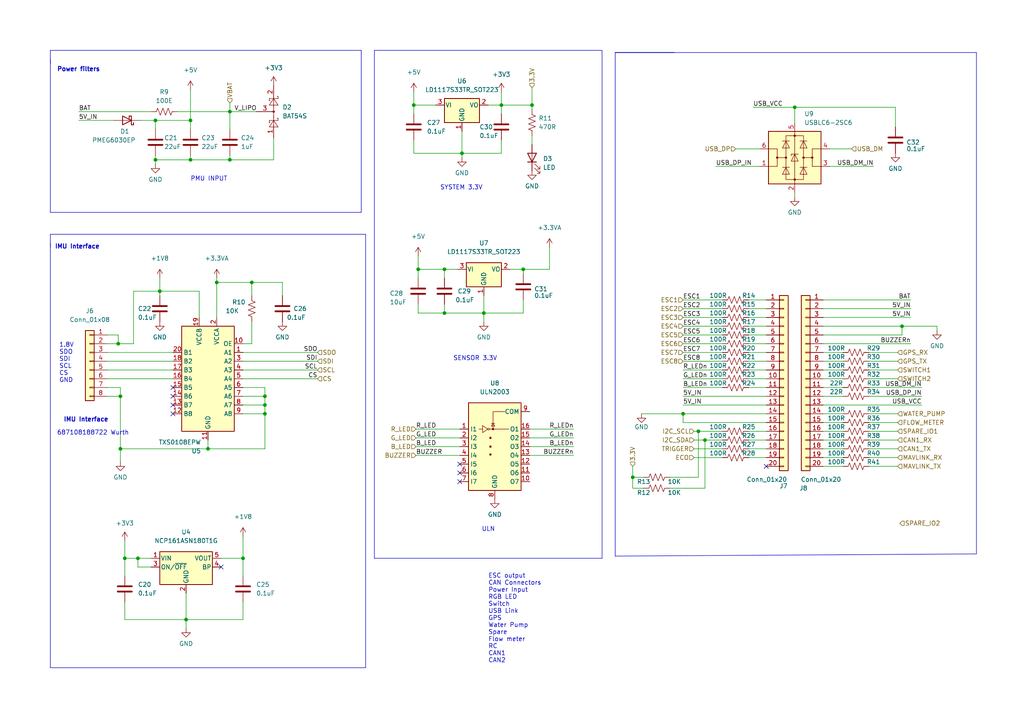
<source format=kicad_sch>
(kicad_sch (version 20230121) (generator eeschema)
  (paper "A4")
  (lib_symbols
    (symbol "Connector_Generic:Conn_01x08" (pin_names (offset 1.016) hide)
      (property "Reference" "J" (at 0 10.16 0))
      (property "Value" "Conn_01x08" (at 0 -12.7 0))
      (symbol "Conn_01x08_1_1"
        (pin passive line (at -5.08 7.62 0) (length 3.81) (name "Pin_1") (number "1"))
        (pin passive line (at -5.08 5.08 0) (length 3.81) (name "Pin_2") (number "2"))
        (pin passive line (at -5.08 2.54 0) (length 3.81) (name "Pin_3") (number "3"))
        (pin passive line (at -5.08 0 0) (length 3.81) (name "Pin_4") (number "4"))
        (pin passive line (at -5.08 -2.54 0) (length 3.81) (name "Pin_5") (number "5"))
        (pin passive line (at -5.08 -5.08 0) (length 3.81) (name "Pin_6") (number "6"))
        (pin passive line (at -5.08 -7.62 0) (length 3.81) (name "Pin_7") (number "7"))
        (pin passive line (at -5.08 -10.16 0) (length 3.81) (name "Pin_8") (number "8"))
      )
    )
    (symbol "Connector_Generic:Conn_01x20" (pin_names (offset 1.016) hide)
      (property "Reference" "J" (at 0 25.4 0))
      (property "Value" "Conn_01x20" (at 0 -27.94 0))
      (symbol "Conn_01x20_1_1"
        (pin passive line (at -5.08 22.86 0) (length 3.81) (name "Pin_1") (number "1"))
        (pin passive line (at -5.08 0 0) (length 3.81) (name "Pin_10") (number "10"))
        (pin passive line (at -5.08 -2.54 0) (length 3.81) (name "Pin_11") (number "11"))
        (pin passive line (at -5.08 -5.08 0) (length 3.81) (name "Pin_12") (number "12"))
        (pin passive line (at -5.08 -7.62 0) (length 3.81) (name "Pin_13") (number "13"))
        (pin passive line (at -5.08 -10.16 0) (length 3.81) (name "Pin_14") (number "14"))
        (pin passive line (at -5.08 -12.7 0) (length 3.81) (name "Pin_15") (number "15"))
        (pin passive line (at -5.08 -15.24 0) (length 3.81) (name "Pin_16") (number "16"))
        (pin passive line (at -5.08 -17.78 0) (length 3.81) (name "Pin_17") (number "17"))
        (pin passive line (at -5.08 -20.32 0) (length 3.81) (name "Pin_18") (number "18"))
        (pin passive line (at -5.08 -22.86 0) (length 3.81) (name "Pin_19") (number "19"))
        (pin passive line (at -5.08 20.32 0) (length 3.81) (name "Pin_2") (number "2"))
        (pin passive line (at -5.08 -25.4 0) (length 3.81) (name "Pin_20") (number "20"))
        (pin passive line (at -5.08 17.78 0) (length 3.81) (name "Pin_3") (number "3"))
        (pin passive line (at -5.08 15.24 0) (length 3.81) (name "Pin_4") (number "4"))
        (pin passive line (at -5.08 12.7 0) (length 3.81) (name "Pin_5") (number "5"))
        (pin passive line (at -5.08 10.16 0) (length 3.81) (name "Pin_6") (number "6"))
        (pin passive line (at -5.08 7.62 0) (length 3.81) (name "Pin_7") (number "7"))
        (pin passive line (at -5.08 5.08 0) (length 3.81) (name "Pin_8") (number "8"))
        (pin passive line (at -5.08 2.54 0) (length 3.81) (name "Pin_9") (number "9"))
      )
    )
    (symbol "Device:C" (pin_numbers hide) (pin_names (offset 0.254))
      (property "Reference" "C" (at 0.635 2.54 0))
      (property "Value" "C" (at 0.635 -2.54 0))
      (symbol "C_1_1"
        (pin passive line (at 0 3.81 270) (length 2.794) (name "~") (number "1"))
        (pin passive line (at 0 -3.81 90) (length 2.794) (name "~") (number "2"))
      )
    )
    (symbol "Device:LED" (pin_numbers hide) (pin_names (offset 1.016) hide)
      (property "Reference" "D" (at 0 2.54 0))
      (property "Value" "LED" (at 0 -2.54 0))
      (symbol "LED_1_1"
        (pin passive line (at -3.81 0 0) (length 2.54) (name "K") (number "1"))
        (pin passive line (at 3.81 0 180) (length 2.54) (name "A") (number "2"))
      )
    )
    (symbol "Device:R_US" (pin_numbers hide) (pin_names (offset 0))
      (property "Reference" "R" (at 2.54 0 90))
      (property "Value" "R_US" (at -2.54 0 90))
      (symbol "R_US_1_1"
        (pin passive line (at 0 3.81 270) (length 1.27) (name "~") (number "1"))
        (pin passive line (at 0 -3.81 90) (length 1.27) (name "~") (number "2"))
      )
    )
    (symbol "Diode:BAT54S" (pin_names (offset 1.016))
      (property "Reference" "D" (at 0.635 -3.81 0))
      (property "Value" "BAT54S" (at -6.35 3.175 0))
      (symbol "BAT54S_1_1"
        (pin passive line (at -7.62 0 0) (length 3.81) (name "~") (number "1"))
        (pin passive line (at 7.62 0 180) (length 3.81) (name "~") (number "2"))
        (pin passive line (at 0 -5.08 90) (length 5.08) (name "~") (number "3"))
      )
    )
    (symbol "Diode:PMEG6030EP" (pin_numbers hide) (pin_names hide)
      (property "Reference" "D" (at 0 2.54 0))
      (property "Value" "PMEG6030EP" (at 0 -2.54 0))
      (symbol "PMEG6030EP_1_1"
        (pin passive line (at -3.81 0 0) (length 2.54) (name "K") (number "1"))
        (pin passive line (at 3.81 0 180) (length 2.54) (name "A") (number "2"))
      )
    )
    (symbol "Logic_LevelTranslator:TXS0108EPW"
      (property "Reference" "U" (at -6.35 16.51 0))
      (property "Value" "TXS0108EPW" (at 3.81 16.51 0))
      (symbol "TXS0108EPW_1_1"
        (pin bidirectional line (at -10.16 7.62 0) (length 2.54) (name "A1") (number "1"))
        (pin input line (at -10.16 10.16 0) (length 2.54) (name "OE") (number "10"))
        (pin power_in line (at 0 -17.78 90) (length 2.54) (name "GND") (number "11"))
        (pin bidirectional line (at 10.16 -10.16 180) (length 2.54) (name "B8") (number "12"))
        (pin bidirectional line (at 10.16 -7.62 180) (length 2.54) (name "B7") (number "13"))
        (pin bidirectional line (at 10.16 -5.08 180) (length 2.54) (name "B6") (number "14"))
        (pin bidirectional line (at 10.16 -2.54 180) (length 2.54) (name "B5") (number "15"))
        (pin bidirectional line (at 10.16 0 180) (length 2.54) (name "B4") (number "16"))
        (pin bidirectional line (at 10.16 2.54 180) (length 2.54) (name "B3") (number "17"))
        (pin bidirectional line (at 10.16 5.08 180) (length 2.54) (name "B2") (number "18"))
        (pin power_in line (at 2.54 17.78 270) (length 2.54) (name "VCCB") (number "19"))
        (pin power_in line (at -2.54 17.78 270) (length 2.54) (name "VCCA") (number "2"))
        (pin bidirectional line (at 10.16 7.62 180) (length 2.54) (name "B1") (number "20"))
        (pin bidirectional line (at -10.16 5.08 0) (length 2.54) (name "A2") (number "3"))
        (pin bidirectional line (at -10.16 2.54 0) (length 2.54) (name "A3") (number "4"))
        (pin bidirectional line (at -10.16 0 0) (length 2.54) (name "A4") (number "5"))
        (pin bidirectional line (at -10.16 -2.54 0) (length 2.54) (name "A5") (number "6"))
        (pin bidirectional line (at -10.16 -5.08 0) (length 2.54) (name "A6") (number "7"))
        (pin bidirectional line (at -10.16 -7.62 0) (length 2.54) (name "A7") (number "8"))
        (pin bidirectional line (at -10.16 -10.16 0) (length 2.54) (name "A8") (number "9"))
      )
    )
    (symbol "Power_Protection:USBLC6-2SC6" (pin_names hide)
      (property "Reference" "U" (at 2.54 8.89 0))
      (property "Value" "USBLC6-2SC6" (at 2.54 -8.89 0))
      (symbol "USBLC6-2SC6_1_1"
        (pin passive line (at -10.16 -2.54 0) (length 2.54) (name "I/O1") (number "1"))
        (pin passive line (at 0 -10.16 90) (length 2.54) (name "GND") (number "2"))
        (pin passive line (at 10.16 -2.54 180) (length 2.54) (name "I/O2") (number "3"))
        (pin passive line (at 10.16 2.54 180) (length 2.54) (name "I/O2") (number "4"))
        (pin passive line (at 0 10.16 270) (length 2.54) (name "VBUS") (number "5"))
        (pin passive line (at -10.16 2.54 0) (length 2.54) (name "I/O1") (number "6"))
      )
    )
    (symbol "Regulator_Linear:LD1117S33TR_SOT223" (pin_names (offset 0.254))
      (property "Reference" "U" (at -3.81 3.175 0))
      (property "Value" "LD1117S33TR_SOT223" (at 0 3.175 0))
      (symbol "LD1117S33TR_SOT223_1_1"
        (pin power_in line (at 0 -7.62 90) (length 2.54) (name "GND") (number "1"))
        (pin power_out line (at 7.62 0 180) (length 2.54) (name "VO") (number "2"))
        (pin power_in line (at -7.62 0 0) (length 2.54) (name "VI") (number "3"))
      )
    )
    (symbol "Regulator_Linear:TC2014-1.8VxCTTR" (pin_names (offset 0.254))
      (property "Reference" "U" (at -6.35 5.715 0))
      (property "Value" "TC2014-1.8VxCTTR" (at 0 5.715 0))
      (symbol "TC2014-1.8VxCTTR_1_1"
        (pin power_in line (at -10.16 2.54 0) (length 2.54) (name "VIN") (number "1"))
        (pin power_in line (at 0 -7.62 90) (length 2.54) (name "GND") (number "2"))
        (pin input line (at -10.16 0 0) (length 2.54) (name "ON/~{OFF}") (number "3"))
        (pin input line (at 10.16 0 180) (length 2.54) (name "BP") (number "4"))
        (pin power_out line (at 10.16 2.54 180) (length 2.54) (name "VOUT") (number "5"))
      )
    )
    (symbol "Transistor_Array:ULN2003"
      (property "Reference" "U" (at 0 15.875 0))
      (property "Value" "ULN2003" (at 0 13.97 0))
      (symbol "ULN2003_1_1"
        (pin input line (at -10.16 5.08 0) (length 2.54) (name "I1") (number "1"))
        (pin open_collector line (at 10.16 -10.16 180) (length 2.54) (name "O7") (number "10"))
        (pin open_collector line (at 10.16 -7.62 180) (length 2.54) (name "O6") (number "11"))
        (pin open_collector line (at 10.16 -5.08 180) (length 2.54) (name "O5") (number "12"))
        (pin open_collector line (at 10.16 -2.54 180) (length 2.54) (name "O4") (number "13"))
        (pin open_collector line (at 10.16 0 180) (length 2.54) (name "O3") (number "14"))
        (pin open_collector line (at 10.16 2.54 180) (length 2.54) (name "O2") (number "15"))
        (pin open_collector line (at 10.16 5.08 180) (length 2.54) (name "O1") (number "16"))
        (pin input line (at -10.16 2.54 0) (length 2.54) (name "I2") (number "2"))
        (pin input line (at -10.16 0 0) (length 2.54) (name "I3") (number "3"))
        (pin input line (at -10.16 -2.54 0) (length 2.54) (name "I4") (number "4"))
        (pin input line (at -10.16 -5.08 0) (length 2.54) (name "I5") (number "5"))
        (pin input line (at -10.16 -7.62 0) (length 2.54) (name "I6") (number "6"))
        (pin input line (at -10.16 -10.16 0) (length 2.54) (name "I7") (number "7"))
        (pin power_in line (at 0 -15.24 90) (length 2.54) (name "GND") (number "8"))
        (pin passive line (at 10.16 10.16 180) (length 2.54) (name "COM") (number "9"))
      )
    )
    (symbol "power:+1V8" (power) (pin_names (offset 0))
      (property "Value" "+1V8" (at 0 3.556 0))
      (symbol "+1V8_1_1"
        (pin power_in line (at 0 0 90) (length 0) hide (name "+1V8") (number "1"))
      )
    )
    (symbol "power:+3.3V" (power) (pin_names (offset 0))
      (property "Value" "+3.3V" (at 0 3.556 0))
      (symbol "+3.3V_1_1"
        (pin power_in line (at 0 0 90) (length 0) hide (name "+3V3") (number "1"))
      )
    )
    (symbol "power:+3.3VA" (power) (pin_names (offset 0))
      (property "Value" "+3.3VA" (at 0 3.556 0))
      (symbol "+3.3VA_1_1"
        (pin power_in line (at 0 0 90) (length 0) hide (name "+3.3VA") (number "1"))
      )
    )
    (symbol "power:+5V" (power) (pin_names (offset 0))
      (property "Value" "+5V" (at 0 3.556 0))
      (symbol "+5V_1_1"
        (pin power_in line (at 0 0 90) (length 0) hide (name "+5V") (number "1"))
      )
    )
    (symbol "power:GND" (power) (pin_names (offset 0))
      (property "Value" "GND" (at 0 -3.81 0))
      (symbol "GND_1_1"
        (pin power_in line (at 0 0 270) (length 0) hide (name "GND") (number "1"))
      )
    )
  )
  (junction (at 66.675 32.385))
  (junction (at 183.515 138.43))
  (junction (at 202.565 125.095))
  (junction (at 151.765 78.105))
  (junction (at 45.085 46.355))
  (junction (at 120.015 30.48))
  (junction (at 121.285 78.105))
  (junction (at 133.985 44.45))
  (junction (at 204.47 127.635))
  (junction (at 154.305 30.48))
  (junction (at 62.865 81.915))
  (junction (at 140.335 90.805))
  (junction (at 128.905 78.105))
  (junction (at 45.085 34.925))
  (junction (at 40.005 161.925))
  (junction (at 230.505 31.115))
  (junction (at 34.29 99.695))
  (junction (at 55.245 46.355))
  (junction (at 34.925 130.175))
  (junction (at 60.325 130.175))
  (junction (at 261.62 94.615))
  (junction (at 76.835 114.935))
  (junction (at 66.675 46.355))
  (junction (at 76.835 117.475))
  (junction (at 73.025 81.915))
  (junction (at 198.12 120.015))
  (junction (at 76.835 120.015))
  (junction (at 46.355 84.455))
  (junction (at 128.905 90.805))
  (junction (at 34.925 114.935))
  (junction (at 36.195 161.925))
  (junction (at 53.975 179.705))
  (junction (at 55.245 34.925))
  (junction (at 70.485 161.925))
  (junction (at 145.415 30.48))
  (no_connect (at 50.165 112.395))
  (no_connect (at 50.165 114.935))
  (no_connect (at 50.165 117.475))
  (no_connect (at 50.165 120.015))
  (no_connect (at 133.35 139.7))
  (no_connect (at 133.35 137.16))
  (no_connect (at 133.35 134.62))
  (no_connect (at 64.135 164.465))
  (no_connect (at 222.25 135.255))
  (wire (pts (xy 133.985 38.1) (xy 133.985 44.45)))
  (wire (pts (xy 70.485 120.015) (xy 76.835 120.015)))
  (polyline (pts (xy 283.21 160.655) (xy 283.21 15.24)))
  (wire (pts (xy 238.76 135.255) (xy 244.475 135.255)))
  (wire (pts (xy 198.12 112.395) (xy 209.55 112.395)))
  (wire (pts (xy 128.905 78.105) (xy 128.905 80.645)))
  (wire (pts (xy 238.76 104.775) (xy 244.475 104.775)))
  (wire (pts (xy 151.765 78.105) (xy 151.765 79.375)))
  (wire (pts (xy 38.735 84.455) (xy 38.735 99.695)))
  (wire (pts (xy 153.67 129.54) (xy 166.37 129.54)))
  (wire (pts (xy 121.285 74.295) (xy 121.285 78.105)))
  (wire (pts (xy 252.095 104.775) (xy 260.35 104.775)))
  (wire (pts (xy 252.095 122.555) (xy 260.35 122.555)))
  (wire (pts (xy 40.005 161.925) (xy 43.815 161.925)))
  (polyline (pts (xy 174.625 161.925) (xy 174.625 14.605)))
  (wire (pts (xy 45.085 34.925) (xy 45.085 37.465)))
  (wire (pts (xy 34.925 114.935) (xy 34.925 130.175)))
  (wire (pts (xy 34.925 130.175) (xy 60.325 130.175)))
  (wire (pts (xy 217.17 104.775) (xy 222.25 104.775)))
  (polyline (pts (xy 178.435 161.29) (xy 283.21 160.655)))
  (wire (pts (xy 76.835 130.175) (xy 60.325 130.175)))
  (wire (pts (xy 154.305 25.4) (xy 154.305 30.48)))
  (wire (pts (xy 140.335 85.725) (xy 140.335 90.805)))
  (wire (pts (xy 213.36 43.18) (xy 220.345 43.18)))
  (wire (pts (xy 31.115 104.775) (xy 50.165 104.775)))
  (wire (pts (xy 194.31 141.605) (xy 204.47 141.605)))
  (wire (pts (xy 201.295 127.635) (xy 204.47 127.635)))
  (wire (pts (xy 46.355 80.645) (xy 46.355 84.455)))
  (wire (pts (xy 238.76 97.155) (xy 261.62 97.155)))
  (wire (pts (xy 217.17 132.715) (xy 222.25 132.715)))
  (wire (pts (xy 128.905 90.805) (xy 140.335 90.805)))
  (wire (pts (xy 153.67 127) (xy 166.37 127)))
  (wire (pts (xy 198.12 120.015) (xy 198.12 122.555)))
  (wire (pts (xy 66.675 46.355) (xy 66.675 45.085)))
  (wire (pts (xy 45.085 45.085) (xy 45.085 46.355)))
  (wire (pts (xy 121.285 78.105) (xy 121.285 80.645)))
  (wire (pts (xy 145.415 30.48) (xy 154.305 30.48)))
  (wire (pts (xy 70.485 117.475) (xy 76.835 117.475)))
  (wire (pts (xy 198.12 97.155) (xy 209.55 97.155)))
  (wire (pts (xy 252.095 132.715) (xy 260.35 132.715)))
  (wire (pts (xy 238.76 132.715) (xy 244.475 132.715)))
  (wire (pts (xy 53.975 172.085) (xy 53.975 179.705)))
  (wire (pts (xy 34.925 112.395) (xy 34.925 114.935)))
  (wire (pts (xy 198.12 117.475) (xy 222.25 117.475)))
  (wire (pts (xy 40.64 34.925) (xy 45.085 34.925)))
  (wire (pts (xy 186.69 141.605) (xy 183.515 141.605)))
  (wire (pts (xy 66.675 32.385) (xy 74.295 32.385)))
  (wire (pts (xy 198.12 94.615) (xy 209.55 94.615)))
  (wire (pts (xy 218.44 31.115) (xy 230.505 31.115)))
  (wire (pts (xy 120.65 132.08) (xy 133.35 132.08)))
  (polyline (pts (xy 14.605 14.605) (xy 14.605 18.415)))
  (wire (pts (xy 46.355 84.455) (xy 38.735 84.455)))
  (wire (pts (xy 247.015 43.18) (xy 240.665 43.18)))
  (wire (pts (xy 238.76 94.615) (xy 261.62 94.615)))
  (wire (pts (xy 261.62 97.155) (xy 261.62 94.615)))
  (wire (pts (xy 217.17 89.535) (xy 222.25 89.535)))
  (wire (pts (xy 70.485 114.935) (xy 76.835 114.935)))
  (wire (pts (xy 62.865 81.915) (xy 73.025 81.915)))
  (wire (pts (xy 238.76 112.395) (xy 244.475 112.395)))
  (wire (pts (xy 252.095 107.315) (xy 260.35 107.315)))
  (wire (pts (xy 198.12 102.235) (xy 209.55 102.235)))
  (wire (pts (xy 207.645 48.26) (xy 220.345 48.26)))
  (wire (pts (xy 121.285 90.805) (xy 128.905 90.805)))
  (wire (pts (xy 217.17 127.635) (xy 222.25 127.635)))
  (wire (pts (xy 230.505 55.88) (xy 230.505 57.15)))
  (wire (pts (xy 198.12 86.995) (xy 209.55 86.995)))
  (wire (pts (xy 140.335 90.805) (xy 140.335 93.345)))
  (wire (pts (xy 132.715 78.105) (xy 128.905 78.105)))
  (wire (pts (xy 252.095 130.175) (xy 260.35 130.175)))
  (wire (pts (xy 55.245 46.355) (xy 66.675 46.355)))
  (polyline (pts (xy 14.605 67.945) (xy 14.605 71.755)))
  (wire (pts (xy 81.915 81.915) (xy 81.915 85.725)))
  (wire (pts (xy 76.835 112.395) (xy 76.835 114.935)))
  (polyline (pts (xy 14.605 193.675) (xy 106.045 193.675)))
  (wire (pts (xy 201.295 132.715) (xy 209.55 132.715)))
  (wire (pts (xy 238.76 127.635) (xy 244.475 127.635)))
  (wire (pts (xy 36.195 179.705) (xy 53.975 179.705)))
  (wire (pts (xy 202.565 125.095) (xy 202.565 138.43)))
  (wire (pts (xy 31.115 114.935) (xy 34.925 114.935)))
  (wire (pts (xy 120.65 127) (xy 133.35 127)))
  (wire (pts (xy 217.17 125.095) (xy 222.25 125.095)))
  (wire (pts (xy 217.17 130.175) (xy 222.25 130.175)))
  (wire (pts (xy 70.485 104.775) (xy 92.075 104.775)))
  (wire (pts (xy 204.47 127.635) (xy 209.55 127.635)))
  (wire (pts (xy 45.085 46.355) (xy 55.245 46.355)))
  (wire (pts (xy 238.76 125.095) (xy 244.475 125.095)))
  (wire (pts (xy 154.305 39.37) (xy 154.305 41.91)))
  (polyline (pts (xy 178.435 15.24) (xy 283.21 15.24)))
  (polyline (pts (xy 108.585 14.605) (xy 108.585 161.925)))
  (wire (pts (xy 238.76 107.315) (xy 244.475 107.315)))
  (wire (pts (xy 34.29 99.695) (xy 38.735 99.695)))
  (wire (pts (xy 51.435 32.385) (xy 66.675 32.385)))
  (wire (pts (xy 238.76 102.235) (xy 244.475 102.235)))
  (wire (pts (xy 186.055 120.015) (xy 198.12 120.015)))
  (wire (pts (xy 62.865 80.645) (xy 62.865 81.915)))
  (wire (pts (xy 230.505 31.115) (xy 230.505 35.56)))
  (wire (pts (xy 57.785 84.455) (xy 57.785 92.075)))
  (wire (pts (xy 70.485 107.315) (xy 92.075 107.315)))
  (polyline (pts (xy 14.605 61.595) (xy 104.775 61.595)))
  (wire (pts (xy 55.245 46.355) (xy 55.245 45.085)))
  (wire (pts (xy 70.485 109.855) (xy 92.075 109.855)))
  (wire (pts (xy 126.365 30.48) (xy 120.015 30.48)))
  (wire (pts (xy 76.835 120.015) (xy 76.835 130.175)))
  (wire (pts (xy 31.115 102.235) (xy 50.165 102.235)))
  (wire (pts (xy 140.335 90.805) (xy 151.765 90.805)))
  (wire (pts (xy 120.015 44.45) (xy 133.985 44.45)))
  (wire (pts (xy 34.29 97.155) (xy 34.29 99.695)))
  (polyline (pts (xy 108.585 14.605) (xy 174.625 14.605)))
  (wire (pts (xy 66.675 46.355) (xy 79.375 46.355)))
  (wire (pts (xy 60.325 130.175) (xy 60.325 127.635)))
  (wire (pts (xy 238.76 89.535) (xy 264.16 89.535)))
  (wire (pts (xy 151.765 90.805) (xy 151.765 86.995)))
  (wire (pts (xy 34.925 130.175) (xy 34.925 133.985)))
  (wire (pts (xy 120.015 30.48) (xy 120.015 26.67)))
  (wire (pts (xy 217.17 107.315) (xy 222.25 107.315)))
  (wire (pts (xy 31.115 109.855) (xy 50.165 109.855)))
  (wire (pts (xy 45.085 34.925) (xy 55.245 34.925)))
  (wire (pts (xy 53.975 179.705) (xy 70.485 179.705)))
  (wire (pts (xy 36.195 161.925) (xy 36.195 167.005)))
  (wire (pts (xy 55.245 26.035) (xy 55.245 34.925)))
  (wire (pts (xy 62.865 81.915) (xy 62.865 92.075)))
  (wire (pts (xy 76.835 114.935) (xy 76.835 117.475)))
  (wire (pts (xy 240.665 48.26) (xy 253.365 48.26)))
  (wire (pts (xy 76.835 117.475) (xy 76.835 120.015)))
  (wire (pts (xy 271.78 94.615) (xy 271.78 95.885)))
  (wire (pts (xy 217.17 109.855) (xy 222.25 109.855)))
  (wire (pts (xy 79.375 46.355) (xy 79.375 40.005)))
  (wire (pts (xy 238.76 130.175) (xy 244.475 130.175)))
  (wire (pts (xy 73.025 99.695) (xy 73.025 93.345)))
  (wire (pts (xy 43.815 164.465) (xy 40.005 164.465)))
  (wire (pts (xy 198.12 92.075) (xy 209.55 92.075)))
  (wire (pts (xy 201.295 125.095) (xy 202.565 125.095)))
  (wire (pts (xy 66.675 29.845) (xy 66.675 32.385)))
  (wire (pts (xy 70.485 161.925) (xy 70.485 167.005)))
  (wire (pts (xy 238.76 114.935) (xy 244.475 114.935)))
  (wire (pts (xy 238.76 120.015) (xy 244.475 120.015)))
  (polyline (pts (xy 108.585 161.925) (xy 174.625 161.925)))
  (wire (pts (xy 31.115 107.315) (xy 50.165 107.315)))
  (wire (pts (xy 217.17 86.995) (xy 222.25 86.995)))
  (wire (pts (xy 159.385 71.755) (xy 159.385 78.105)))
  (wire (pts (xy 153.67 124.46) (xy 166.37 124.46)))
  (wire (pts (xy 217.17 102.235) (xy 222.25 102.235)))
  (wire (pts (xy 128.905 88.265) (xy 128.905 90.805)))
  (wire (pts (xy 147.955 78.105) (xy 151.765 78.105)))
  (polyline (pts (xy 178.435 15.24) (xy 178.435 161.29)))
  (wire (pts (xy 259.715 31.115) (xy 259.715 36.83)))
  (wire (pts (xy 252.095 125.095) (xy 260.35 125.095)))
  (wire (pts (xy 238.76 117.475) (xy 267.335 117.475)))
  (wire (pts (xy 204.47 127.635) (xy 204.47 141.605)))
  (wire (pts (xy 120.65 124.46) (xy 133.35 124.46)))
  (wire (pts (xy 73.025 81.915) (xy 81.915 81.915)))
  (wire (pts (xy 183.515 138.43) (xy 186.69 138.43)))
  (wire (pts (xy 252.095 127.635) (xy 260.35 127.635)))
  (polyline (pts (xy 14.605 17.145) (xy 14.605 61.595)))
  (wire (pts (xy 198.12 89.535) (xy 209.55 89.535)))
  (wire (pts (xy 46.355 84.455) (xy 57.785 84.455)))
  (wire (pts (xy 252.095 135.255) (xy 260.35 135.255)))
  (wire (pts (xy 217.17 97.155) (xy 222.25 97.155)))
  (wire (pts (xy 238.76 92.075) (xy 264.16 92.075)))
  (wire (pts (xy 198.12 107.315) (xy 209.55 107.315)))
  (wire (pts (xy 70.485 102.235) (xy 92.075 102.235)))
  (wire (pts (xy 45.085 46.355) (xy 45.085 47.625)))
  (wire (pts (xy 128.905 78.105) (xy 121.285 78.105)))
  (wire (pts (xy 70.485 179.705) (xy 70.485 174.625)))
  (polyline (pts (xy 104.775 14.605) (xy 14.605 14.605)))
  (wire (pts (xy 31.115 97.155) (xy 34.29 97.155)))
  (wire (pts (xy 183.515 135.255) (xy 183.515 138.43)))
  (wire (pts (xy 70.485 99.695) (xy 73.025 99.695)))
  (wire (pts (xy 201.295 130.175) (xy 209.55 130.175)))
  (wire (pts (xy 252.095 112.395) (xy 267.335 112.395)))
  (wire (pts (xy 198.12 104.775) (xy 209.55 104.775)))
  (wire (pts (xy 73.025 81.915) (xy 73.025 85.725)))
  (polyline (pts (xy 14.605 70.485) (xy 14.605 193.675)))
  (wire (pts (xy 36.195 161.925) (xy 40.005 161.925)))
  (wire (pts (xy 238.76 122.555) (xy 244.475 122.555)))
  (wire (pts (xy 145.415 30.48) (xy 145.415 33.02)))
  (polyline (pts (xy 106.045 67.945) (xy 14.605 67.945)))
  (wire (pts (xy 120.65 129.54) (xy 133.35 129.54)))
  (wire (pts (xy 238.76 86.995) (xy 264.16 86.995)))
  (wire (pts (xy 46.355 84.455) (xy 46.355 85.725)))
  (polyline (pts (xy 178.435 15.24) (xy 195.58 15.24)))
  (wire (pts (xy 40.005 164.465) (xy 40.005 161.925)))
  (wire (pts (xy 53.975 179.705) (xy 53.975 182.245)))
  (wire (pts (xy 145.415 44.45) (xy 145.415 40.64)))
  (wire (pts (xy 141.605 30.48) (xy 145.415 30.48)))
  (wire (pts (xy 66.675 32.385) (xy 66.675 37.465)))
  (wire (pts (xy 120.015 40.64) (xy 120.015 44.45)))
  (wire (pts (xy 238.76 99.695) (xy 264.16 99.695)))
  (wire (pts (xy 198.12 99.695) (xy 209.55 99.695)))
  (wire (pts (xy 64.135 161.925) (xy 70.485 161.925)))
  (wire (pts (xy 198.12 122.555) (xy 222.25 122.555)))
  (polyline (pts (xy 104.775 61.595) (xy 104.775 14.605)))
  (wire (pts (xy 202.565 138.43) (xy 194.31 138.43)))
  (wire (pts (xy 36.195 156.845) (xy 36.195 161.925)))
  (wire (pts (xy 121.285 88.265) (xy 121.285 90.805)))
  (wire (pts (xy 198.12 114.935) (xy 222.25 114.935)))
  (wire (pts (xy 252.095 114.935) (xy 267.335 114.935)))
  (polyline (pts (xy 106.045 193.675) (xy 106.045 67.945)))
  (wire (pts (xy 151.765 78.105) (xy 159.385 78.105)))
  (wire (pts (xy 252.095 109.855) (xy 260.35 109.855)))
  (wire (pts (xy 198.12 109.855) (xy 209.55 109.855)))
  (wire (pts (xy 217.17 92.075) (xy 222.25 92.075)))
  (wire (pts (xy 183.515 138.43) (xy 183.515 141.605)))
  (wire (pts (xy 36.195 174.625) (xy 36.195 179.705)))
  (wire (pts (xy 70.485 112.395) (xy 76.835 112.395)))
  (wire (pts (xy 153.67 132.08) (xy 166.37 132.08)))
  (wire (pts (xy 120.015 30.48) (xy 120.015 33.02)))
  (wire (pts (xy 217.17 94.615) (xy 222.25 94.615)))
  (wire (pts (xy 202.565 125.095) (xy 209.55 125.095)))
  (wire (pts (xy 22.86 32.385) (xy 43.815 32.385)))
  (wire (pts (xy 55.245 34.925) (xy 55.245 37.465)))
  (wire (pts (xy 70.485 155.575) (xy 70.485 161.925)))
  (wire (pts (xy 31.115 112.395) (xy 34.925 112.395)))
  (wire (pts (xy 198.12 120.015) (xy 222.25 120.015)))
  (wire (pts (xy 133.985 44.45) (xy 133.985 45.72)))
  (wire (pts (xy 22.86 34.925) (xy 33.02 34.925)))
  (wire (pts (xy 261.62 94.615) (xy 271.78 94.615)))
  (wire (pts (xy 252.095 102.235) (xy 260.35 102.235)))
  (wire (pts (xy 217.17 112.395) (xy 222.25 112.395)))
  (wire (pts (xy 230.505 31.115) (xy 259.715 31.115)))
  (wire (pts (xy 145.415 30.48) (xy 145.415 26.67)))
  (wire (pts (xy 217.17 99.695) (xy 222.25 99.695)))
  (wire (pts (xy 154.305 30.48) (xy 154.305 31.75)))
  (wire (pts (xy 133.985 44.45) (xy 145.415 44.45)))
  (wire (pts (xy 238.76 109.855) (xy 244.475 109.855)))
  (wire (pts (xy 31.115 99.695) (xy 34.29 99.695)))
  (wire (pts (xy 252.095 120.015) (xy 260.35 120.015)))
  (text "ULN" (at 139.7 154.305 0) (effects (font (size 1.27 1.27)) (justify left bottom)))
  (text "1.8V\nSDO\nSDI\nSCL\nCS\nGND" (at 17.145 111.125 0) (effects (font (size 1.27 1.27)) (justify left bottom)))
  (text "SYSTEM 3.3V" (at 127.635 55.245 0) (effects (font (size 1.27 1.27)) (justify left bottom)))
  (text "PMU INPUT" (at 55.245 52.705 0) (effects (font (size 1.27 1.27)) (justify left bottom)))
  (text "Power filters" (at 16.51 20.955 0) (effects (font (size 1.27 1.27) (thickness 0.254) bold) (justify left bottom)))
  (text "ESC output\nCAN Connectors\nPower Input\nRGB LED \nSwitch \nUSB Link\nGPS \nWater Pump\nSpare\nFlow meter\nRC\nCAN1\nCAN2" (at 141.605 192.405 0) (effects (font (size 1.27 1.27)) (justify left bottom)))
  (text "SENSOR 3.3V" (at 131.445 104.775 0) (effects (font (size 1.27 1.27)) (justify left bottom)))
  (text "IMU Interface" (at 18.415 122.555 0) (effects (font (size 1.27 1.27) (thickness 0.254) bold) (justify left bottom)))
  (text "687108188722 Wurth" (at 16.51 126.365 0) (effects (font (size 1.27 1.27)) (justify left bottom)))
  (text "IMU Interface" (at 15.875 72.39 0) (effects (font (size 1.27 1.27) (thickness 0.254) bold) (justify left bottom)))
  (label "BUZZERn" (at 264.16 99.695 180))
  (label "USB_VCC" (at 218.44 31.115 0))
  (label "ESC1" (at 198.12 86.995 0))
  (label "BUZZER" (at 120.65 132.08 0))
  (label "BAT" (at 264.16 86.995 180))
  (label "USB_DM_IN" (at 253.365 48.26 180))
  (label "SDI" (at 92.075 104.775 180))
  (label "ESC5" (at 198.12 97.155 0))
  (label "SDO" (at 92.075 102.235 180))
  (label "G_LEDn" (at 166.37 127 180))
  (label "5V_IN" (at 22.86 34.925 0))
  (label "5V_IN" (at 198.12 117.475 0))
  (label "ESC4" (at 198.12 94.615 0))
  (label "USB_DP_IN" (at 207.645 48.26 0))
  (label "BUZZERn" (at 166.37 132.08 180))
  (label "ESC3" (at 198.12 92.075 0))
  (label "BAT" (at 22.86 32.385 0))
  (label "R_LED" (at 120.65 124.46 0))
  (label "G_LED" (at 120.65 127 0))
  (label "5V_IN" (at 264.16 92.075 180))
  (label "V_LIPO" (at 67.945 32.385 0))
  (label "B_LED" (at 120.65 129.54 0))
  (label "SCL" (at 92.075 107.315 180))
  (label "B_LEDn" (at 198.12 112.395 0))
  (label "ESC6" (at 198.12 99.695 0))
  (label "ESC2" (at 198.12 89.535 0))
  (label "ESC8" (at 198.12 104.775 0))
  (label "5V_IN" (at 264.16 89.535 180))
  (label "5V_IN" (at 198.12 114.935 0))
  (label "USB_DP_IN" (at 267.335 114.935 180))
  (label "USB_DM_IN" (at 267.335 112.395 180))
  (label "R_LEDn" (at 166.37 124.46 180))
  (label "USB_VCC" (at 267.335 117.475 180))
  (label "G_LEDn" (at 198.12 109.855 0))
  (label "ESC7" (at 198.12 102.235 0))
  (label "CS" (at 92.075 109.855 180))
  (label "R_LEDn" (at 198.12 107.315 0))
  (label "B_LEDn" (at 166.37 129.54 180))
  (hierarchical_label "I2C_SDA" (shape input) (at 201.295 127.635 180))
  (hierarchical_label "G_LED" (shape input) (at 120.65 127 180))
  (hierarchical_label "ESC5" (shape input) (at 198.12 97.155 180))
  (hierarchical_label "SCL" (shape input) (at 92.075 107.315 0))
  (hierarchical_label "ESC2" (shape input) (at 198.12 89.535 180))
  (hierarchical_label "GPS_RX" (shape input) (at 260.35 102.235 0))
  (hierarchical_label "ESC4" (shape input) (at 198.12 94.615 180))
  (hierarchical_label "CAN1_RX" (shape input) (at 260.35 127.635 0))
  (hierarchical_label "BUZZER" (shape input) (at 120.65 132.08 180))
  (hierarchical_label "MAVLINK_RX" (shape input) (at 260.35 132.715 0))
  (hierarchical_label "B_LED" (shape input) (at 120.65 129.54 180))
  (hierarchical_label "USB_DP" (shape input) (at 213.36 43.18 180))
  (hierarchical_label "3.3V" (shape input) (at 183.515 135.255 90))
  (hierarchical_label "R_LED" (shape input) (at 120.65 124.46 180))
  (hierarchical_label "I2C_SCL" (shape input) (at 201.295 125.095 180))
  (hierarchical_label "ESC6" (shape input) (at 198.12 99.695 180))
  (hierarchical_label "VBAT" (shape input) (at 66.675 29.845 90))
  (hierarchical_label "ESC7" (shape input) (at 198.12 102.235 180))
  (hierarchical_label "SPARE_IO1" (shape input) (at 260.35 125.095 0))
  (hierarchical_label "CAN1_TX" (shape input) (at 260.35 130.175 0))
  (hierarchical_label "FLOW_METER" (shape input) (at 260.35 122.555 0))
  (hierarchical_label "3.3V" (shape input) (at 154.305 25.4 90))
  (hierarchical_label "WATER_PUMP" (shape input) (at 260.35 120.015 0))
  (hierarchical_label "ESC8" (shape input) (at 198.12 104.775 180))
  (hierarchical_label "ESC1" (shape input) (at 198.12 86.995 180))
  (hierarchical_label "SDO" (shape input) (at 92.075 102.235 0))
  (hierarchical_label "ESC3" (shape input) (at 198.12 92.075 180))
  (hierarchical_label "CS" (shape input) (at 92.075 109.855 0))
  (hierarchical_label "SWITCH1" (shape input) (at 260.35 107.315 0))
  (hierarchical_label "MAVLINK_TX" (shape input) (at 260.35 135.255 0))
  (hierarchical_label "TRIGGER" (shape input) (at 201.295 130.175 180))
  (hierarchical_label "GPS_TX" (shape input) (at 260.35 104.775 0))
  (hierarchical_label "SDI" (shape input) (at 92.075 104.775 0))
  (hierarchical_label "ECO" (shape input) (at 201.295 132.715 180))
  (hierarchical_label "SWITCH2" (shape input) (at 260.35 109.855 0))
  (hierarchical_label "SPARE_IO2" (shape input) (at 260.985 151.765 0))
  (hierarchical_label "USB_DM" (shape input) (at 247.015 43.18 0))
  (symbol (lib_id "Device:R_US") (at 213.36 109.855 90) (unit 1)
    (property "Reference" "R23" (at 217.17 108.585 90))
    (property "Value" "100R" (at 208.28 108.585 90))
    (property "Footprint" "Resistor_SMD:R_0805_2012Metric_Pad1.20x1.40mm_HandSolder" (effects hide))
  )
  (symbol (lib_id "Device:R_US") (at 248.285 130.175 270) (unit 1)
    (property "Reference" "R39" (at 253.365 128.905 90))
    (property "Value" "100R" (at 242.57 128.905 90))
    (property "Footprint" "Resistor_SMD:R_0805_2012Metric_Pad1.20x1.40mm_HandSolder" (effects hide))
  )
  (symbol (lib_id "Device:R_US") (at 213.36 92.075 90) (unit 1)
    (property "Reference" "R16" (at 217.17 90.805 90))
    (property "Value" "100R" (at 208.28 90.805 90))
    (property "Footprint" "Resistor_SMD:R_0805_2012Metric_Pad1.20x1.40mm_HandSolder" (effects hide))
  )
  (symbol (lib_id "power:+5V") (at 55.245 26.035 0) (unit 1)
    (property "Reference" "#PWR029" (effects hide))
    (property "Value" "+5V" (at 55.245 20.32 0))
  )
  (symbol (lib_id "Device:R_US") (at 190.5 138.43 270) (unit 1)
    (property "Reference" "R13" (at 186.69 139.7 90))
    (property "Value" "10K" (at 195.58 139.7 90))
    (property "Footprint" "Resistor_SMD:R_0805_2012Metric_Pad1.20x1.40mm_HandSolder" (effects hide))
  )
  (symbol (lib_id "Device:R_US") (at 213.36 97.155 90) (unit 1)
    (property "Reference" "R18" (at 217.17 95.885 90))
    (property "Value" "100R" (at 208.28 95.885 90))
    (property "Footprint" "Resistor_SMD:R_0805_2012Metric_Pad1.20x1.40mm_HandSolder" (effects hide))
  )
  (symbol (lib_id "power:GND") (at 46.355 93.345 0) (unit 1)
    (property "Reference" "#PWR027" (effects hide))
    (property "Value" "GND" (at 46.355 97.79 0))
  )
  (symbol (lib_id "power:GND") (at 143.51 144.78 0) (unit 1)
    (property "Reference" "#PWR038" (effects hide))
    (property "Value" "GND" (at 143.51 149.225 0))
  )
  (symbol (lib_id "Device:R_US") (at 213.36 89.535 90) (unit 1)
    (property "Reference" "R15" (at 217.17 88.265 90))
    (property "Value" "100R" (at 208.28 88.265 90))
    (property "Footprint" "Resistor_SMD:R_0805_2012Metric_Pad1.20x1.40mm_HandSolder" (effects hide))
  )
  (symbol (lib_id "Device:R_US") (at 248.285 112.395 270) (unit 1)
    (property "Reference" "R33" (at 253.365 111.125 90))
    (property "Value" "22R" (at 242.57 111.125 90))
    (property "Footprint" "Resistor_SMD:R_0805_2012Metric_Pad1.20x1.40mm_HandSolder" (effects hide))
  )
  (symbol (lib_id "power:GND") (at 45.085 47.625 0) (unit 1)
    (property "Reference" "#PWR025" (effects hide))
    (property "Value" "GND" (at 45.085 52.07 0))
  )
  (symbol (lib_id "Device:R_US") (at 213.36 86.995 90) (unit 1)
    (property "Reference" "R14" (at 217.17 85.725 90))
    (property "Value" "100R" (at 208.28 85.725 90))
    (property "Footprint" "Resistor_SMD:R_0805_2012Metric_Pad1.20x1.40mm_HandSolder" (effects hide))
  )
  (symbol (lib_id "Device:C") (at 70.485 170.815 0) (unit 1)
    (property "Reference" "C25" (at 74.295 169.5449 0) (effects (justify left)))
    (property "Value" "0.1uF" (at 74.295 172.0849 0) (effects (justify left)))
    (property "Footprint" "Capacitor_SMD:C_0805_2012Metric_Pad1.18x1.45mm_HandSolder" (effects hide))
  )
  (symbol (lib_id "Device:LED") (at 154.305 45.72 90) (unit 1)
    (property "Reference" "D3" (at 157.48 46.0374 90) (effects (justify right)))
    (property "Value" "LED" (at 157.48 48.5774 90) (effects (justify right)))
    (property "Footprint" "LED_SMD:LED_0805_2012Metric_Pad1.15x1.40mm_HandSolder" (effects hide))
  )
  (symbol (lib_id "Device:R_US") (at 248.285 125.095 270) (unit 1)
    (property "Reference" "R37" (at 253.365 123.825 90))
    (property "Value" "100R" (at 242.57 123.825 90))
    (property "Footprint" "Resistor_SMD:R_0805_2012Metric_Pad1.20x1.40mm_HandSolder" (effects hide))
  )
  (symbol (lib_id "Device:C") (at 145.415 36.83 0) (unit 1)
    (property "Reference" "C30" (at 139.065 36.83 0) (effects (justify left)))
    (property "Value" "0.1uF" (at 139.065 39.37 0) (effects (justify left)))
    (property "Footprint" "Capacitor_SMD:C_0805_2012Metric_Pad1.18x1.45mm_HandSolder" (effects hide))
  )
  (symbol (lib_id "power:GND") (at 34.925 133.985 0) (unit 1)
    (property "Reference" "#PWR023" (effects hide))
    (property "Value" "GND" (at 34.925 138.43 0))
  )
  (symbol (lib_id "Device:C") (at 259.715 40.64 0) (unit 1)
    (property "Reference" "C32" (at 262.89 41.275 0) (effects (justify left)))
    (property "Value" "0.1uF" (at 262.89 43.18 0) (effects (justify left)))
    (property "Footprint" "Capacitor_SMD:C_0805_2012Metric_Pad1.18x1.45mm_HandSolder" (effects hide))
  )
  (symbol (lib_id "power:+3.3VA") (at 62.865 80.645 0) (unit 1)
    (property "Reference" "#PWR030" (effects hide))
    (property "Value" "+3.3VA" (at 62.865 74.93 0))
  )
  (symbol (lib_id "Regulator_Linear:TC2014-1.8VxCTTR") (at 53.975 164.465 0) (unit 1)
    (property "Reference" "U4" (at 53.975 154.305 0))
    (property "Value" "NCP161ASN180T1G" (at 53.975 156.845 0))
    (property "Footprint" "Package_TO_SOT_SMD:SOT-23-5" (effects hide))
    (property "Datasheet" "http://ww1.microchip.com/downloads/en/DeviceDoc/21662F.pdf" (effects hide))
  )
  (symbol (lib_id "Diode:BAT54S") (at 79.375 32.385 270) (mirror x) (unit 1)
    (property "Reference" "D2" (at 81.915 31.1149 90) (effects (justify left)))
    (property "Value" "BAT54S" (at 81.915 33.6549 90) (effects (justify left)))
    (property "Footprint" "Package_TO_SOT_SMD:SOT-23" (effects hide))
    (property "Datasheet" "https://www.diodes.com/assets/Datasheets/ds11005.pdf" (effects hide))
  )
  (symbol (lib_id "Connector_Generic:Conn_01x20") (at 227.33 109.855 0) (unit 1)
    (property "Reference" "J7" (at 226.06 140.97 0) (effects (justify left)))
    (property "Value" "Conn_01x20" (at 216.535 139.065 0) (effects (justify left)))
    (property "Footprint" "Connector_PinHeader_2.00mm:PinHeader_1x20_P2.00mm_Horizontal" (effects hide))
  )
  (symbol (lib_id "Device:R_US") (at 154.305 35.56 0) (unit 1)
    (property "Reference" "R11" (at 156.21 34.2899 0) (effects (justify left)))
    (property "Value" "470R" (at 156.21 36.8299 0) (effects (justify left)))
    (property "Footprint" "Resistor_SMD:R_0805_2012Metric_Pad1.20x1.40mm_HandSolder" (effects hide))
  )
  (symbol (lib_id "Device:R_US") (at 248.285 127.635 270) (unit 1)
    (property "Reference" "R38" (at 253.365 126.365 90))
    (property "Value" "100R" (at 242.57 126.365 90))
    (property "Footprint" "Resistor_SMD:R_0805_2012Metric_Pad1.20x1.40mm_HandSolder" (effects hide))
  )
  (symbol (lib_id "Device:C") (at 46.355 89.535 0) (unit 1)
    (property "Reference" "C22" (at 40.005 89.535 0) (effects (justify left)))
    (property "Value" "0.1uF" (at 40.005 92.075 0) (effects (justify left)))
    (property "Footprint" "Capacitor_SMD:C_0805_2012Metric_Pad1.18x1.45mm_HandSolder" (effects hide))
  )
  (symbol (lib_id "Device:R_US") (at 213.36 132.715 90) (unit 1)
    (property "Reference" "R28" (at 217.17 131.445 90))
    (property "Value" "100R" (at 208.28 131.445 90))
    (property "Footprint" "Resistor_SMD:R_0805_2012Metric_Pad1.20x1.40mm_HandSolder" (effects hide))
  )
  (symbol (lib_id "Device:R_US") (at 213.36 130.175 90) (unit 1)
    (property "Reference" "R27" (at 217.17 128.905 90))
    (property "Value" "100R" (at 208.28 128.905 90))
    (property "Footprint" "Resistor_SMD:R_0805_2012Metric_Pad1.20x1.40mm_HandSolder" (effects hide))
  )
  (symbol (lib_id "Device:R_US") (at 213.36 125.095 90) (unit 1)
    (property "Reference" "R25" (at 217.17 123.825 90))
    (property "Value" "100R" (at 208.28 123.825 90))
    (property "Footprint" "Resistor_SMD:R_0805_2012Metric_Pad1.20x1.40mm_HandSolder" (effects hide))
  )
  (symbol (lib_id "Device:R_US") (at 248.285 120.015 270) (unit 1)
    (property "Reference" "R35" (at 253.365 118.745 90))
    (property "Value" "100R" (at 242.57 118.745 90))
    (property "Footprint" "Resistor_SMD:R_0805_2012Metric_Pad1.20x1.40mm_HandSolder" (effects hide))
  )
  (symbol (lib_id "Device:R_US") (at 248.285 132.715 270) (unit 1)
    (property "Reference" "R40" (at 253.365 131.445 90))
    (property "Value" "100R" (at 242.57 131.445 90))
    (property "Footprint" "Resistor_SMD:R_0805_2012Metric_Pad1.20x1.40mm_HandSolder" (effects hide))
  )
  (symbol (lib_id "Device:R_US") (at 47.625 32.385 90) (unit 1)
    (property "Reference" "R9" (at 47.625 26.67 90))
    (property "Value" "100E" (at 47.625 29.21 90))
    (property "Footprint" "Resistor_SMD:R_0805_2012Metric_Pad1.20x1.40mm_HandSolder" (effects hide))
  )
  (symbol (lib_id "power:GND") (at 271.78 95.885 0) (unit 1)
    (property "Reference" "#PWR045" (effects hide))
    (property "Value" "GND" (at 271.78 100.33 0))
  )
  (symbol (lib_id "power:+5V") (at 120.015 26.67 0) (unit 1)
    (property "Reference" "#PWR034" (effects hide))
    (property "Value" "+5V" (at 120.015 20.955 0))
  )
  (symbol (lib_id "power:+5V") (at 121.285 74.295 0) (unit 1)
    (property "Reference" "#PWR035" (effects hide))
    (property "Value" "+5V" (at 121.285 68.58 0))
  )
  (symbol (lib_id "Device:C") (at 36.195 170.815 0) (unit 1)
    (property "Reference" "C20" (at 40.005 169.5449 0) (effects (justify left)))
    (property "Value" "0.1uF" (at 40.005 172.0849 0) (effects (justify left)))
    (property "Footprint" "Capacitor_SMD:C_0805_2012Metric_Pad1.18x1.45mm_HandSolder" (effects hide))
  )
  (symbol (lib_id "Device:R_US") (at 248.285 104.775 270) (unit 1)
    (property "Reference" "R30" (at 253.365 103.505 90))
    (property "Value" "100R" (at 242.57 103.505 90))
    (property "Footprint" "Resistor_SMD:R_0805_2012Metric_Pad1.20x1.40mm_HandSolder" (effects hide))
  )
  (symbol (lib_id "power:+1V8") (at 70.485 155.575 0) (unit 1)
    (property "Reference" "#PWR031" (effects hide))
    (property "Value" "+1V8" (at 70.485 149.86 0))
  )
  (symbol (lib_id "power:GND") (at 154.305 49.53 0) (unit 1)
    (property "Reference" "#PWR040" (effects hide))
    (property "Value" "GND" (at 154.305 53.975 0))
  )
  (symbol (lib_id "Device:R_US") (at 248.285 114.935 270) (unit 1)
    (property "Reference" "R34" (at 253.365 113.665 90))
    (property "Value" "22R" (at 242.57 113.665 90))
    (property "Footprint" "Resistor_SMD:R_0805_2012Metric_Pad1.20x1.40mm_HandSolder" (effects hide))
  )
  (symbol (lib_id "Device:R_US") (at 213.36 102.235 90) (unit 1)
    (property "Reference" "R20" (at 217.17 100.965 90))
    (property "Value" "100R" (at 208.28 100.965 90))
    (property "Footprint" "Resistor_SMD:R_0805_2012Metric_Pad1.20x1.40mm_HandSolder" (effects hide))
  )
  (symbol (lib_id "Device:R_US") (at 213.36 104.775 90) (unit 1)
    (property "Reference" "R21" (at 217.17 103.505 90))
    (property "Value" "100R" (at 208.28 103.505 90))
    (property "Footprint" "Resistor_SMD:R_0805_2012Metric_Pad1.20x1.40mm_HandSolder" (effects hide))
  )
  (symbol (lib_id "Device:C") (at 55.245 41.275 0) (unit 1)
    (property "Reference" "C23" (at 58.42 40.005 0) (effects (justify left)))
    (property "Value" "22uF" (at 58.42 42.545 0) (effects (justify left)))
    (property "Footprint" "Capacitor_SMD:C_0805_2012Metric_Pad1.18x1.45mm_HandSolder" (effects hide))
  )
  (symbol (lib_id "Connector_Generic:Conn_01x20") (at 233.68 109.855 0) (mirror y) (unit 1)
    (property "Reference" "J8" (at 233.045 141.605 0))
    (property "Value" "Conn_01x20" (at 238.125 139.065 0))
    (property "Footprint" "Connector_PinHeader_2.00mm:PinHeader_1x20_P2.00mm_Horizontal" (effects hide))
  )
  (symbol (lib_id "Transistor_Array:ULN2003") (at 143.51 129.54 0) (unit 1)
    (property "Reference" "U8" (at 143.51 111.125 0))
    (property "Value" "ULN2003" (at 143.51 113.665 0))
    (property "Footprint" "Package_SO:SOIC-16_3.9x9.9mm_P1.27mm" (effects hide))
    (property "Datasheet" "http://www.ti.com/lit/ds/symlink/uln2003a.pdf" (effects hide))
  )
  (symbol (lib_id "Device:R_US") (at 190.5 141.605 270) (unit 1)
    (property "Reference" "R12" (at 186.69 142.875 90))
    (property "Value" "10K" (at 195.58 142.875 90))
    (property "Footprint" "Resistor_SMD:R_0805_2012Metric_Pad1.20x1.40mm_HandSolder" (effects hide))
  )
  (symbol (lib_id "Regulator_Linear:LD1117S33TR_SOT223") (at 133.985 30.48 0) (unit 1)
    (property "Reference" "U6" (at 133.985 23.495 0))
    (property "Value" "LD1117S33TR_SOT223" (at 133.985 26.035 0))
    (property "Footprint" "Package_TO_SOT_SMD:SOT-223-3_TabPin2" (effects hide))
    (property "Datasheet" "http://www.st.com/st-web-ui/static/active/en/resource/technical/document/datasheet/CD00000544.pdf" (effects hide))
  )
  (symbol (lib_id "power:GND") (at 186.055 120.015 0) (unit 1)
    (property "Reference" "#PWR042" (effects hide))
    (property "Value" "GND" (at 186.055 123.825 0))
  )
  (symbol (lib_id "Device:R_US") (at 248.285 107.315 270) (unit 1)
    (property "Reference" "R31" (at 253.365 106.045 90))
    (property "Value" "100R" (at 242.57 106.045 90))
    (property "Footprint" "Resistor_SMD:R_0805_2012Metric_Pad1.20x1.40mm_HandSolder" (effects hide))
  )
  (symbol (lib_id "Device:C") (at 81.915 89.535 0) (unit 1)
    (property "Reference" "C26" (at 85.09 89.535 0) (effects (justify left)))
    (property "Value" "0.1uF" (at 83.185 92.075 0) (effects (justify left)))
    (property "Footprint" "Capacitor_SMD:C_0805_2012Metric_Pad1.18x1.45mm_HandSolder" (effects hide))
  )
  (symbol (lib_id "Regulator_Linear:LD1117S33TR_SOT223") (at 140.335 78.105 0) (unit 1)
    (property "Reference" "U7" (at 140.335 70.485 0))
    (property "Value" "LD1117S33TR_SOT223" (at 140.335 73.025 0))
    (property "Footprint" "Package_TO_SOT_SMD:SOT-223-3_TabPin2" (effects hide))
    (property "Datasheet" "http://www.st.com/st-web-ui/static/active/en/resource/technical/document/datasheet/CD00000544.pdf" (effects hide))
  )
  (symbol (lib_id "power:GND") (at 53.975 182.245 0) (unit 1)
    (property "Reference" "#PWR028" (effects hide))
    (property "Value" "GND" (at 53.975 186.69 0))
  )
  (symbol (lib_id "Power_Protection:USBLC6-2SC6") (at 230.505 45.72 0) (unit 1)
    (property "Reference" "U9" (at 233.2737 33.02 0) (effects (justify left)))
    (property "Value" "USBLC6-2SC6" (at 233.2737 35.56 0) (effects (justify left)))
    (property "Footprint" "Package_TO_SOT_SMD:SOT-23-6" (effects hide))
    (property "Datasheet" "https://www.st.com/resource/en/datasheet/usblc6-2.pdf" (effects hide))
  )
  (symbol (lib_id "power:+3.3V") (at 36.195 156.845 0) (unit 1)
    (property "Reference" "#PWR024" (effects hide))
    (property "Value" "+3.3V" (at 36.195 151.765 0))
  )
  (symbol (lib_id "Device:C") (at 45.085 41.275 0) (unit 1)
    (property "Reference" "C21" (at 47.625 40.005 0) (effects (justify left)))
    (property "Value" "22uF" (at 47.625 42.545 0) (effects (justify left)))
    (property "Footprint" "Capacitor_SMD:C_0805_2012Metric_Pad1.18x1.45mm_HandSolder" (effects hide))
  )
  (symbol (lib_id "Device:R_US") (at 213.36 112.395 90) (unit 1)
    (property "Reference" "R24" (at 217.17 111.125 90))
    (property "Value" "100R" (at 208.28 111.125 90))
    (property "Footprint" "Resistor_SMD:R_0805_2012Metric_Pad1.20x1.40mm_HandSolder" (effects hide))
  )
  (symbol (lib_id "Diode:PMEG6030EP") (at 36.83 34.925 180) (unit 1)
    (property "Reference" "D1" (at 36.195 38.1 0))
    (property "Value" "PMEG6030EP" (at 33.02 40.64 0))
    (property "Footprint" "Diode_SMD:D_SOD-128" (effects hide))
    (property "Datasheet" "https://assets.nexperia.com/documents/data-sheet/PMEG6030EP.pdf" (effects hide))
  )
  (symbol (lib_id "Device:R_US") (at 213.36 107.315 90) (unit 1)
    (property "Reference" "R22" (at 217.17 106.045 90))
    (property "Value" "100R" (at 208.28 106.045 90))
    (property "Footprint" "Resistor_SMD:R_0805_2012Metric_Pad1.20x1.40mm_HandSolder" (effects hide))
  )
  (symbol (lib_id "power:GND") (at 81.915 93.345 0) (unit 1)
    (property "Reference" "#PWR033" (effects hide))
    (property "Value" "GND" (at 81.915 97.79 0))
  )
  (symbol (lib_id "Logic_LevelTranslator:TXS0108EPW") (at 60.325 109.855 0) (mirror y) (unit 1)
    (property "Reference" "U5" (at 58.3056 130.81 0) (effects (justify left)))
    (property "Value" "TXS0108EPW" (at 58.3056 128.27 0) (effects (justify left)))
    (property "Footprint" "Package_SO:TSSOP-20_4.4x6.5mm_P0.65mm" (effects hide))
    (property "Datasheet" "www.ti.com/lit/ds/symlink/txs0108e.pdf" (effects hide))
  )
  (symbol (lib_id "power:+3.3VA") (at 159.385 71.755 0) (unit 1)
    (property "Reference" "#PWR041" (effects hide))
    (property "Value" "+3.3VA" (at 159.385 66.04 0))
  )
  (symbol (lib_id "Device:C") (at 120.015 36.83 0) (unit 1)
    (property "Reference" "C27" (at 123.825 35.5599 0) (effects (justify left)))
    (property "Value" "0.1uF" (at 123.825 38.0999 0) (effects (justify left)))
    (property "Footprint" "Capacitor_SMD:C_0805_2012Metric_Pad1.18x1.45mm_HandSolder" (effects hide))
  )
  (symbol (lib_id "Connector_Generic:Conn_01x08") (at 26.035 104.775 0) (mirror y) (unit 1)
    (property "Reference" "J6" (at 26.035 90.17 0))
    (property "Value" "Conn_01x08" (at 26.035 92.71 0))
    (property "Footprint" "Apogee:687108183722" (effects hide))
  )
  (symbol (lib_id "Device:R_US") (at 248.285 135.255 270) (unit 1)
    (property "Reference" "R41" (at 253.365 133.985 90))
    (property "Value" "100R" (at 242.57 133.985 90))
    (property "Footprint" "Resistor_SMD:R_0805_2012Metric_Pad1.20x1.40mm_HandSolder" (effects hide))
  )
  (symbol (lib_id "power:+3.3V") (at 145.415 26.67 0) (unit 1)
    (property "Reference" "#PWR039" (effects hide))
    (property "Value" "+3.3V" (at 145.415 21.59 0))
  )
  (symbol (lib_id "power:GND") (at 259.715 44.45 0) (unit 1)
    (property "Reference" "#PWR044" (effects hide))
    (property "Value" "GND" (at 259.715 48.895 0))
  )
  (symbol (lib_id "Device:R_US") (at 248.285 109.855 270) (unit 1)
    (property "Reference" "R32" (at 253.365 108.585 90))
    (property "Value" "100R" (at 242.57 108.585 90))
    (property "Footprint" "Resistor_SMD:R_0805_2012Metric_Pad1.20x1.40mm_HandSolder" (effects hide))
  )
  (symbol (lib_id "Device:R_US") (at 213.36 94.615 90) (unit 1)
    (property "Reference" "R17" (at 217.17 93.345 90))
    (property "Value" "100R" (at 208.28 93.345 90))
    (property "Footprint" "Resistor_SMD:R_0805_2012Metric_Pad1.20x1.40mm_HandSolder" (effects hide))
  )
  (symbol (lib_id "Device:C") (at 121.285 84.455 0) (unit 1)
    (property "Reference" "C28" (at 113.03 85.09 0) (effects (justify left)))
    (property "Value" "10uF" (at 113.03 87.63 0) (effects (justify left)))
    (property "Footprint" "Capacitor_SMD:C_0805_2012Metric_Pad1.18x1.45mm_HandSolder" (effects hide))
  )
  (symbol (lib_id "Device:R_US") (at 213.36 127.635 90) (unit 1)
    (property "Reference" "R26" (at 217.17 126.365 90))
    (property "Value" "100R" (at 208.28 126.365 90))
    (property "Footprint" "Resistor_SMD:R_0805_2012Metric_Pad1.20x1.40mm_HandSolder" (effects hide))
  )
  (symbol (lib_id "Device:C") (at 66.675 41.275 0) (unit 1)
    (property "Reference" "C24" (at 69.85 40.005 0) (effects (justify left)))
    (property "Value" "1uF" (at 69.85 42.545 0) (effects (justify left)))
    (property "Footprint" "Capacitor_SMD:C_0805_2012Metric_Pad1.18x1.45mm_HandSolder" (effects hide))
  )
  (symbol (lib_id "power:+3.3V") (at 79.375 24.765 0) (unit 1)
    (property "Reference" "#PWR032" (effects hide))
    (property "Value" "+3.3V" (at 79.375 19.685 0))
  )
  (symbol (lib_id "Device:R_US") (at 248.285 122.555 270) (unit 1)
    (property "Reference" "R36" (at 253.365 121.285 90))
    (property "Value" "100R" (at 242.57 121.285 90))
    (property "Footprint" "Resistor_SMD:R_0805_2012Metric_Pad1.20x1.40mm_HandSolder" (effects hide))
  )
  (symbol (lib_id "power:GND") (at 230.505 57.15 0) (unit 1)
    (property "Reference" "#PWR043" (effects hide))
    (property "Value" "GND" (at 230.505 61.595 0))
  )
  (symbol (lib_id "Device:R_US") (at 213.36 99.695 90) (unit 1)
    (property "Reference" "R19" (at 217.17 98.425 90))
    (property "Value" "100R" (at 208.28 98.425 90))
    (property "Footprint" "Resistor_SMD:R_0805_2012Metric_Pad1.20x1.40mm_HandSolder" (effects hide))
  )
  (symbol (lib_id "power:GND") (at 133.985 45.72 0) (unit 1)
    (property "Reference" "#PWR036" (effects hide))
    (property "Value" "GND" (at 133.985 50.165 0))
  )
  (symbol (lib_id "Device:C") (at 128.905 84.455 0) (unit 1)
    (property "Reference" "C29" (at 132.715 84.455 0) (effects (justify left)))
    (property "Value" "0.1uF" (at 132.08 86.995 0) (effects (justify left)))
    (property "Footprint" "Capacitor_SMD:C_0805_2012Metric_Pad1.18x1.45mm_HandSolder" (effects hide))
  )
  (symbol (lib_id "Device:R_US") (at 73.025 89.535 0) (unit 1)
    (property "Reference" "R10" (at 67.31 87.63 0) (effects (justify left)))
    (property "Value" "10K" (at 65.405 90.17 0) (effects (justify left)))
    (property "Footprint" "Resistor_SMD:R_0805_2012Metric_Pad1.20x1.40mm_HandSolder" (effects hide))
  )
  (symbol (lib_id "Device:R_US") (at 248.285 102.235 270) (unit 1)
    (property "Reference" "R29" (at 253.365 100.965 90))
    (property "Value" "100R" (at 242.57 100.965 90))
    (property "Footprint" "Resistor_SMD:R_0805_2012Metric_Pad1.20x1.40mm_HandSolder" (effects hide))
  )
  (symbol (lib_id "power:+1V8") (at 46.355 80.645 0) (unit 1)
    (property "Reference" "#PWR026" (effects hide))
    (property "Value" "+1V8" (at 46.355 74.93 0))
  )
  (symbol (lib_id "power:GND") (at 140.335 93.345 0) (unit 1)
    (property "Reference" "#PWR037" (effects hide))
    (property "Value" "GND" (at 140.335 97.79 0))
  )
  (symbol (lib_id "Device:C") (at 151.765 83.185 0) (unit 1)
    (property "Reference" "C31" (at 154.94 83.82 0) (effects (justify left)))
    (property "Value" "0.1uF" (at 154.94 85.725 0) (effects (justify left)))
    (property "Footprint" "Capacitor_SMD:C_0805_2012Metric_Pad1.18x1.45mm_HandSolder" (effects hide))
  )
)
</source>
